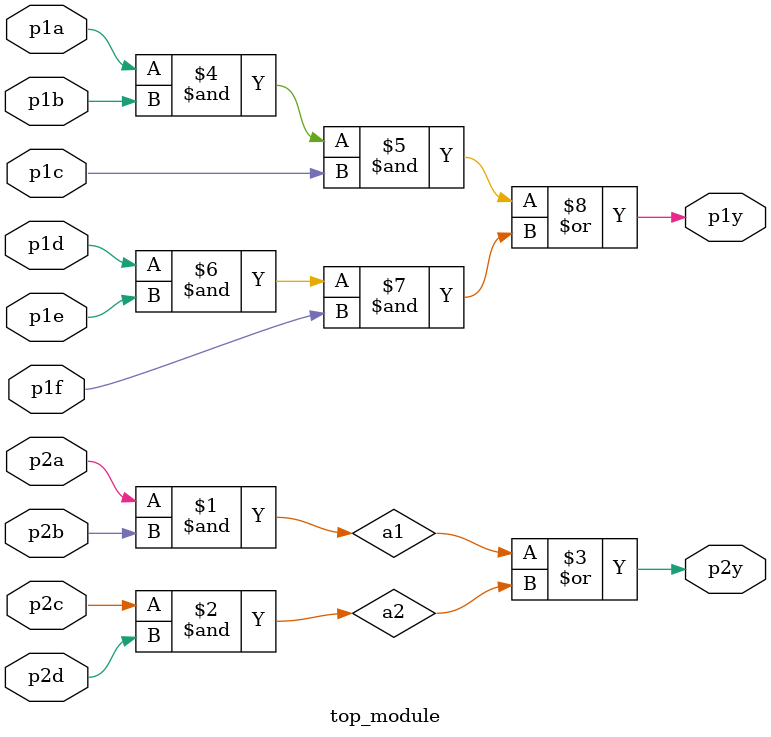
<source format=v>
module top_module (
    input p1a, p1b, p1c, p1d, p1e, p1f,
    output p1y,
    input p2a, p2b, p2c, p2d,
    output p2y );
    wire a1,a2;
    assign a1 = p2a & p2b;
    assign a2 = p2c & p2d;
    assign p2y = a1 | a2;
    assign p1y = (p1a & p1b & p1c)|(p1d & p1e & p1f);
endmodule

</source>
